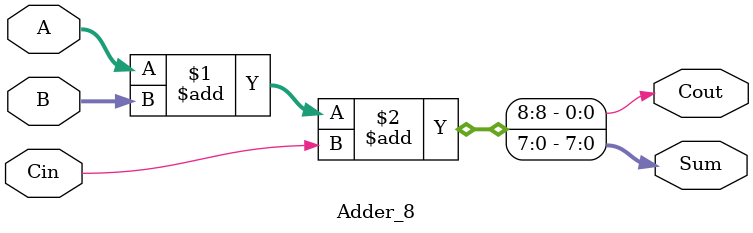
<source format=v>
`timescale 1ns / 1ps


module Adder_8(
    input [7:0] A,
    input [7:0] B,
    input Cin,
    output [7:0] Sum,
    output Cout
    );
    assign {Cout, Sum} = A + B+ Cin;
endmodule

</source>
